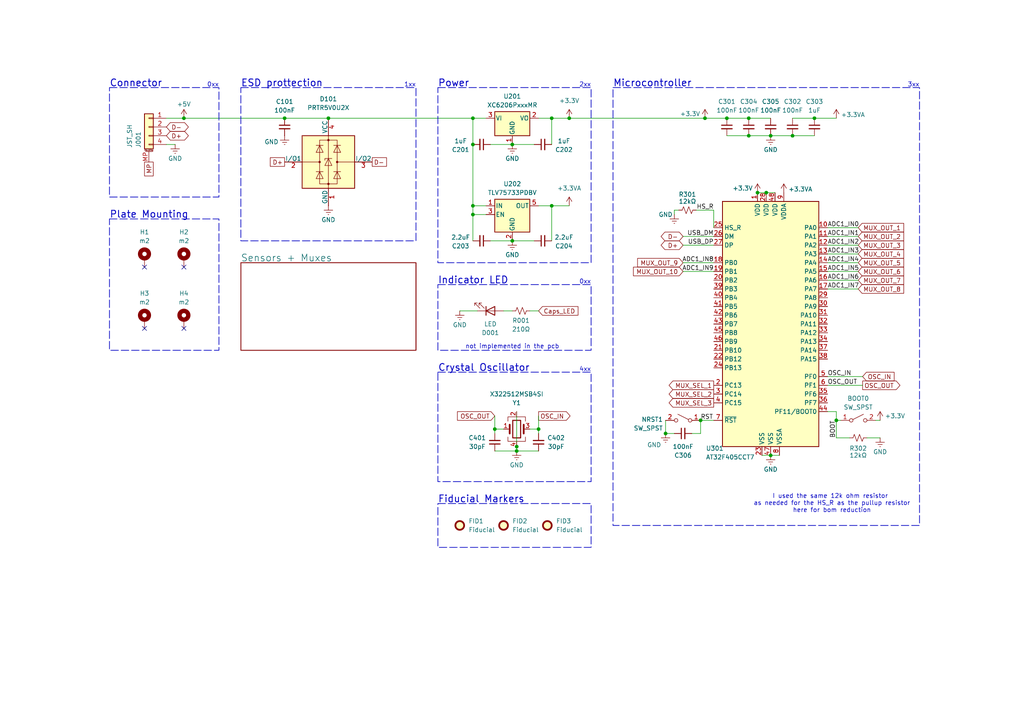
<source format=kicad_sch>
(kicad_sch (version 20250114) (generator "eeschema") (generator_version "9.0")
  (paper "A4")
  (lib_symbols
    (symbol "Connector_Generic_MountingPin:Conn_01x04_MountingPin" (pin_names (offset 1.016) (hide yes))
      (property "Reference" "J" (at 0 5.08 0))
      (property "Value" "Conn_01x04_MountingPin" (at 1.27 -7.62 0))
      (symbol "Conn_01x04_MountingPin_1_1"
        (rectangle (start -1.27 3.81) (end 1.27 -6.35) (stroke (width 0.254)) (fill (type background)))
        (rectangle (start -1.27 2.667) (end 0 2.413) (stroke (width 0.1524)))
        (rectangle (start -1.27 0.127) (end 0 -0.127) (stroke (width 0.1524)))
        (rectangle (start -1.27 -2.413) (end 0 -2.667) (stroke (width 0.1524)))
        (rectangle (start -1.27 -4.953) (end 0 -5.207) (stroke (width 0.1524)))
        (polyline (pts (xy -1.016 -7.112) (xy 1.016 -7.112)) (stroke (width 0.1524)))
        (text "Mounting" (at 0 -6.731 0) (effects (font (size 0.381 0.381))))
        (pin passive line (at -5.08 2.54 0) (length 3.81) (name "Pin_1") (number "1"))
        (pin passive line (at -5.08 0 0) (length 3.81) (name "Pin_2") (number "2"))
        (pin passive line (at -5.08 -2.54 0) (length 3.81) (name "Pin_3") (number "3"))
        (pin passive line (at -5.08 -5.08 0) (length 3.81) (name "Pin_4") (number "4"))
        (pin passive line (at 0 -10.16 90) (length 3.048) (name "MountPin") (number "MP"))
      )
    )
    (symbol "Device:C_Small" (pin_numbers (hide yes)) (pin_names (offset 0.254) (hide yes))
      (property "Reference" "C" (at 0.254 1.778 0))
      (property "Value" "C_Small" (at 0.254 -2.032 0))
      (symbol "C_Small_0_1"
        (polyline (pts (xy -1.524 0.508) (xy 1.524 0.508)) (stroke (width 0.3048)))
        (polyline (pts (xy -1.524 -0.508) (xy 1.524 -0.508)) (stroke (width 0.3302)))
      )
      (symbol "C_Small_1_1"
        (pin passive line (at 0 2.54 270) (length 2.032) (name "~") (number "1"))
        (pin passive line (at 0 -2.54 90) (length 2.032) (name "~") (number "2"))
      )
    )
    (symbol "Device:Crystal_GND24" (pin_names (offset 1.016) (hide yes))
      (property "Reference" "Y" (at 3.175 5.08 0))
      (property "Value" "Crystal_GND24" (at 3.175 3.175 0))
      (symbol "Crystal_GND24_0_1"
        (polyline (pts (xy -2.54 2.286) (xy -2.54 3.556) (xy 2.54 3.556) (xy 2.54 2.286)))
        (polyline (pts (xy -2.54 0) (xy -2.032 0)))
        (polyline (pts (xy -2.54 -2.286) (xy -2.54 -3.556) (xy 2.54 -3.556) (xy 2.54 -2.286)))
        (polyline (pts (xy -2.032 -1.27) (xy -2.032 1.27)) (stroke (width 0.508)))
        (rectangle (start -1.143 2.54) (end 1.143 -2.54) (stroke (width 0.3048)))
        (polyline (pts (xy 0 3.556) (xy 0 3.81)))
        (polyline (pts (xy 0 -3.81) (xy 0 -3.556)))
        (polyline (pts (xy 2.032 0) (xy 2.54 0)))
        (polyline (pts (xy 2.032 -1.27) (xy 2.032 1.27)) (stroke (width 0.508)))
      )
      (symbol "Crystal_GND24_1_1"
        (pin passive line (at -3.81 0 0) (length 1.27) (name "1") (number "1"))
        (pin passive line (at 0 5.08 270) (length 1.27) (name "2") (number "2"))
        (pin passive line (at 0 -5.08 90) (length 1.27) (name "4") (number "4"))
        (pin passive line (at 3.81 0 180) (length 1.27) (name "3") (number "3"))
      )
    )
    (symbol "Device:LED" (pin_numbers (hide yes)) (pin_names (offset 1.016) (hide yes))
      (property "Reference" "D" (at 0 2.54 0))
      (property "Value" "LED" (at 0 -2.54 0))
      (symbol "LED_0_1"
        (polyline (pts (xy -3.048 -0.762) (xy -4.572 -2.286) (xy -3.81 -2.286) (xy -4.572 -2.286) (xy -4.572 -1.524)))
        (polyline (pts (xy -1.778 -0.762) (xy -3.302 -2.286) (xy -2.54 -2.286) (xy -3.302 -2.286) (xy -3.302 -1.524)))
        (polyline (pts (xy -1.27 0) (xy 1.27 0)))
        (polyline (pts (xy -1.27 -1.27) (xy -1.27 1.27)) (stroke (width 0.254)))
        (polyline (pts (xy 1.27 -1.27) (xy 1.27 1.27) (xy -1.27 0) (xy 1.27 -1.27)) (stroke (width 0.254)))
      )
      (symbol "LED_1_1"
        (pin passive line (at -3.81 0 0) (length 2.54) (name "K") (number "1"))
        (pin passive line (at 3.81 0 180) (length 2.54) (name "A") (number "2"))
      )
    )
    (symbol "Device:R_Small_US" (pin_numbers (hide yes)) (pin_names (offset 0.254) (hide yes))
      (property "Reference" "R" (at 0.762 0.508 0))
      (property "Value" "R_Small_US" (at 0.762 -1.016 0))
      (symbol "R_Small_US_1_1"
        (polyline (pts (xy 0 1.524) (xy 1.016 1.143) (xy 0 0.762) (xy -1.016 0.381) (xy 0 0)))
        (polyline (pts (xy 0 0) (xy 1.016 -0.381) (xy 0 -0.762) (xy -1.016 -1.143) (xy 0 -1.524)))
        (pin passive line (at 0 2.54 270) (length 1.016) (name "~") (number "1"))
        (pin passive line (at 0 -2.54 90) (length 1.016) (name "~") (number "2"))
      )
    )
    (symbol "Mechanical:Fiducial" (in_bom no)
      (property "Reference" "FID" (at 0 5.08 0))
      (property "Value" "Fiducial" (at 0 3.175 0))
      (symbol "Fiducial_0_1"
        (circle (center 0 0) (radius 1.27) (stroke (width 0.508)) (fill (type background)))
      )
    )
    (symbol "Mechanical:MountingHole_Pad" (pin_numbers (hide yes)) (pin_names (offset 1.016) (hide yes)) (in_bom no)
      (property "Reference" "H" (at 0 6.35 0))
      (property "Value" "MountingHole_Pad" (at 0 4.445 0))
      (symbol "MountingHole_Pad_0_1"
        (circle (center 0 1.27) (radius 1.27) (stroke (width 1.27)))
      )
      (symbol "MountingHole_Pad_1_1"
        (pin input line (at 0 -2.54 90) (length 2.54) (name "1") (number "1"))
      )
    )
    (symbol "PCM_marbastlib-various:AT32F405CCT7"
      (property "Reference" "U" (at 0 0 0))
      (property "Value" "AT32F405CCT7" (at 0 0 0))
      (symbol "AT32F405CCT7_0_0"
        (pin power_in line (at -3.81 31.75 270) (length 2.54) (name "VDD") (number "1"))
      )
      (symbol "AT32F405CCT7_0_1"
        (rectangle (start -13.97 29.21) (end 13.97 -41.91) (stroke (width 0.254)) (fill (type background)))
      )
      (symbol "AT32F405CCT7_1_0"
        (pin passive line (at -16.51 21.59 0) (length 2.54) (name "HS_R") (number "25"))
        (pin bidirectional line (at -16.51 19.05 0) (length 2.54) (name "DM") (number "26"))
        (pin bidirectional line (at -16.51 16.51 0) (length 2.54) (name "DP") (number "27"))
        (pin bidirectional line (at -16.51 11.43 0) (length 2.54) (name "PB0") (number "18"))
        (pin bidirectional line (at -16.51 8.89 0) (length 2.54) (name "PB1") (number "19"))
        (pin bidirectional line (at -16.51 6.35 0) (length 2.54) (name "PB2") (number "20"))
        (pin bidirectional line (at -16.51 3.81 0) (length 2.54) (name "PB3") (number "39"))
        (pin bidirectional line (at -16.51 1.27 0) (length 2.54) (name "PB4") (number "40"))
        (pin bidirectional line (at -16.51 -1.27 0) (length 2.54) (name "PB5") (number "41"))
        (pin bidirectional line (at -16.51 -3.81 0) (length 2.54) (name "PB6") (number "42"))
        (pin bidirectional line (at -16.51 -6.35 0) (length 2.54) (name "PB7") (number "43"))
        (pin bidirectional line (at -16.51 -8.89 0) (length 2.54) (name "PB8") (number "45"))
        (pin bidirectional line (at -16.51 -11.43 0) (length 2.54) (name "PB9") (number "46"))
        (pin bidirectional line (at -16.51 -13.97 0) (length 2.54) (name "PB10") (number "21"))
        (pin bidirectional line (at -16.51 -16.51 0) (length 2.54) (name "PB12") (number "22"))
        (pin bidirectional line (at -16.51 -19.05 0) (length 2.54) (name "PB13") (number "24"))
        (pin bidirectional line (at -16.51 -24.13 0) (length 2.54) (name "PC13") (number "2"))
        (pin bidirectional line (at -16.51 -26.67 0) (length 2.54) (name "PC14") (number "3"))
        (pin bidirectional line (at -16.51 -29.21 0) (length 2.54) (name "PC15") (number "4"))
        (pin input line (at -16.51 -34.29 0) (length 2.54) (name "~{RST}") (number "7"))
        (pin power_in line (at -2.54 -44.45 90) (length 2.54) (name "VSS") (number "23"))
        (pin power_in line (at -1.27 31.75 270) (length 2.54) (name "VDD") (number "28"))
        (pin power_in line (at 0 -44.45 90) (length 2.54) (name "VSS") (number "47"))
        (pin power_in line (at 1.27 31.75 270) (length 2.54) (name "VDD") (number "48"))
        (pin power_in line (at 2.54 -44.45 90) (length 2.54) (name "VSSA") (number "8"))
        (pin power_in line (at 3.81 31.75 270) (length 2.54) (name "VDDA") (number "9"))
        (pin bidirectional line (at 16.51 21.59 180) (length 2.54) (name "PA0") (number "10"))
        (pin bidirectional line (at 16.51 19.05 180) (length 2.54) (name "PA1") (number "11"))
        (pin bidirectional line (at 16.51 16.51 180) (length 2.54) (name "PA2") (number "12"))
        (pin bidirectional line (at 16.51 13.97 180) (length 2.54) (name "PA3") (number "13"))
        (pin bidirectional line (at 16.51 11.43 180) (length 2.54) (name "PA4") (number "14"))
        (pin bidirectional line (at 16.51 8.89 180) (length 2.54) (name "PA5") (number "15"))
        (pin bidirectional line (at 16.51 6.35 180) (length 2.54) (name "PA6") (number "16"))
        (pin bidirectional line (at 16.51 3.81 180) (length 2.54) (name "PA7") (number "17"))
        (pin bidirectional line (at 16.51 1.27 180) (length 2.54) (name "PA8") (number "29"))
        (pin bidirectional line (at 16.51 -1.27 180) (length 2.54) (name "PA9") (number "30"))
        (pin bidirectional line (at 16.51 -3.81 180) (length 2.54) (name "PA10") (number "31"))
        (pin bidirectional line (at 16.51 -6.35 180) (length 2.54) (name "PA11") (number "32"))
        (pin bidirectional line (at 16.51 -8.89 180) (length 2.54) (name "PA12") (number "33"))
        (pin bidirectional line (at 16.51 -11.43 180) (length 2.54) (name "PA13") (number "34"))
        (pin bidirectional line (at 16.51 -13.97 180) (length 2.54) (name "PA14") (number "37"))
        (pin bidirectional line (at 16.51 -16.51 180) (length 2.54) (name "PA15") (number "38"))
        (pin bidirectional line (at 16.51 -21.59 180) (length 2.54) (name "PF0") (number "5"))
        (pin bidirectional line (at 16.51 -24.13 180) (length 2.54) (name "PF1") (number "6"))
        (pin bidirectional line (at 16.51 -26.67 180) (length 2.54) (name "PF6") (number "35"))
        (pin bidirectional line (at 16.51 -29.21 180) (length 2.54) (name "PF7") (number "36"))
        (pin bidirectional line (at 16.51 -31.75 180) (length 2.54) (name "PF11/BOOT0") (number "44"))
      )
    )
    (symbol "Power_Protection:PRTR5V0U2X" (pin_names (offset 0))
      (property "Reference" "D" (at 2.794 8.636 0))
      (property "Value" "PRTR5V0U2X" (at 8.128 -9.398 0))
      (symbol "PRTR5V0U2X_0_1"
        (rectangle (start -7.62 -7.62) (end 7.62 7.62) (stroke (width 0.254)) (fill (type background)))
        (polyline (pts (xy -3.556 2.794) (xy -1.524 2.794) (xy -2.54 4.826) (xy -3.556 2.794)))
        (polyline (pts (xy -3.556 -4.826) (xy -1.524 -4.826) (xy -2.54 -2.794) (xy -3.556 -4.826)))
        (rectangle (start -2.54 6.35) (end 2.54 -6.35))
        (circle (center -2.54 0) (radius 0.254) (fill (type outline)))
        (polyline (pts (xy -2.54 0) (xy -7.62 0)))
        (polyline (pts (xy -1.524 4.826) (xy -3.556 4.826)))
        (polyline (pts (xy -1.524 -2.794) (xy -3.556 -2.794)))
        (polyline (pts (xy -1.016 -1.016) (xy 1.016 -1.016) (xy 0 1.016) (xy -1.016 -1.016)))
        (circle (center 0 6.35) (radius 0.254) (fill (type outline)))
        (circle (center 0 -6.35) (radius 0.254) (fill (type outline)))
        (polyline (pts (xy 0 -7.62) (xy 0 7.62)))
        (polyline (pts (xy 1.016 1.016) (xy -1.016 1.016) (xy -1.016 0.508)))
        (polyline (pts (xy 1.524 4.826) (xy 3.556 4.826)))
        (polyline (pts (xy 1.524 -2.794) (xy 3.556 -2.794)))
        (polyline (pts (xy 2.54 0) (xy 7.62 0)))
        (circle (center 2.54 0) (radius 0.254) (fill (type outline)))
        (polyline (pts (xy 3.556 2.794) (xy 1.524 2.794) (xy 2.54 4.826) (xy 3.556 2.794)))
        (polyline (pts (xy 3.556 -4.826) (xy 1.524 -4.826) (xy 2.54 -2.794) (xy 3.556 -4.826)))
      )
      (symbol "PRTR5V0U2X_1_1"
        (pin passive line (at -12.7 0 0) (length 5.08) (name "I/O1") (number "2"))
        (pin passive line (at 0 12.7 270) (length 5.08) (name "VCC") (number "4"))
        (pin passive line (at 0 -12.7 90) (length 5.08) (name "GND") (number "1"))
        (pin passive line (at 12.7 0 180) (length 5.08) (name "I/O2") (number "3"))
      )
    )
    (symbol "Regulator_Linear:TLV75733PDBV" (pin_names (offset 0.254))
      (property "Reference" "U" (at -3.81 5.715 0))
      (property "Value" "TLV75733PDBV" (at 0 5.715 0))
      (symbol "TLV75733PDBV_0_1"
        (rectangle (start -5.08 4.445) (end 5.08 -5.08) (stroke (width 0.254)) (fill (type background)))
      )
      (symbol "TLV75733PDBV_1_1"
        (pin power_in line (at -7.62 2.54 0) (length 2.54) (name "IN") (number "1"))
        (pin input line (at -7.62 0 0) (length 2.54) (name "EN") (number "3"))
        (pin power_in line (at 0 -7.62 90) (length 2.54) (name "GND") (number "2"))
        (pin no_connect line (at 5.08 0 180) (length 2.54) (hide yes) (name "NC") (number "4"))
        (pin power_out line (at 7.62 2.54 180) (length 2.54) (name "OUT") (number "5"))
      )
    )
    (symbol "Regulator_Linear:XC6206PxxxMR" (pin_names (offset 0.254))
      (property "Reference" "U" (at -3.81 3.175 0))
      (property "Value" "XC6206PxxxMR" (at 0 3.175 0))
      (symbol "XC6206PxxxMR_0_1"
        (rectangle (start -5.08 1.905) (end 5.08 -5.08) (stroke (width 0.254)) (fill (type background)))
      )
      (symbol "XC6206PxxxMR_1_1"
        (pin power_in line (at -7.62 0 0) (length 2.54) (name "VI") (number "3"))
        (pin power_in line (at 0 -7.62 90) (length 2.54) (name "GND") (number "1"))
        (pin power_out line (at 7.62 0 180) (length 2.54) (name "VO") (number "2"))
      )
    )
    (symbol "Switch:SW_SPST" (pin_names (offset 0) (hide yes))
      (property "Reference" "SW" (at 0 3.175 0))
      (property "Value" "SW_SPST" (at 0 -2.54 0))
      (symbol "SW_SPST_0_0"
        (circle (center -2.032 0) (radius 0.508))
        (polyline (pts (xy -1.524 0.254) (xy 1.524 1.778)))
        (circle (center 2.032 0) (radius 0.508))
      )
      (symbol "SW_SPST_1_1"
        (pin passive line (at -5.08 0 0) (length 2.54) (name "A") (number "1"))
        (pin passive line (at 5.08 0 180) (length 2.54) (name "B") (number "2"))
      )
    )
    (symbol "power:+3.3V" (power) (pin_numbers (hide yes)) (pin_names (offset 0) (hide yes))
      (property "Value" "+3.3V" (at 0 3.556 0))
      (symbol "+3.3V_0_1"
        (polyline (pts (xy -0.762 1.27) (xy 0 2.54)))
        (polyline (pts (xy 0 2.54) (xy 0.762 1.27)))
        (polyline (pts (xy 0 0) (xy 0 2.54)))
      )
      (symbol "+3.3V_1_1"
        (pin power_in line (at 0 0 90) (length 0) (name "~") (number "1"))
      )
    )
    (symbol "power:+3.3VA" (power) (pin_numbers (hide yes)) (pin_names (offset 0) (hide yes))
      (property "Value" "+3.3VA" (at 0 3.556 0))
      (symbol "+3.3VA_0_1"
        (polyline (pts (xy -0.762 1.27) (xy 0 2.54)))
        (polyline (pts (xy 0 2.54) (xy 0.762 1.27)))
        (polyline (pts (xy 0 0) (xy 0 2.54)))
      )
      (symbol "+3.3VA_1_1"
        (pin power_in line (at 0 0 90) (length 0) (name "~") (number "1"))
      )
    )
    (symbol "power:+5V" (power) (pin_numbers (hide yes)) (pin_names (offset 0) (hide yes))
      (property "Value" "+5V" (at 0 3.556 0))
      (symbol "+5V_0_1"
        (polyline (pts (xy -0.762 1.27) (xy 0 2.54)))
        (polyline (pts (xy 0 2.54) (xy 0.762 1.27)))
        (polyline (pts (xy 0 0) (xy 0 2.54)))
      )
      (symbol "+5V_1_1"
        (pin power_in line (at 0 0 90) (length 0) (name "~") (number "1"))
      )
    )
    (symbol "power:Earth" (power) (pin_numbers (hide yes)) (pin_names (offset 0) (hide yes))
      (property "Value" "Earth" (at 0 -3.81 0))
      (symbol "Earth_0_1"
        (polyline (pts (xy -0.635 -1.905) (xy 0.635 -1.905)))
        (polyline (pts (xy -0.127 -2.54) (xy 0.127 -2.54)))
        (polyline (pts (xy 0 -1.27) (xy 0 0)))
        (polyline (pts (xy 1.27 -1.27) (xy -1.27 -1.27)))
      )
      (symbol "Earth_1_1"
        (pin power_in line (at 0 0 270) (length 0) (name "~") (number "1"))
      )
    )
  )
  (rectangle (start 31.75 63.5) (end 63.5 101.6) (stroke (width 0.2) (type dash)))
  (rectangle (start 127 25.4) (end 171.45 76.2) (stroke (width 0.2) (type dash)))
  (rectangle (start 127 107.95) (end 171.45 139.7) (stroke (width 0.2) (type dash)))
  (rectangle (start 127 146.05) (end 171.45 158.75) (stroke (width 0.2) (type dash)))
  (rectangle (start 69.85 25.4) (end 120.65 69.85) (stroke (width 0.2) (type dash)))
  (rectangle (start 31.75 25.4) (end 63.5 57.15) (stroke (width 0.2) (type dash)))
  (rectangle (start 127 82.55) (end 171.45 101.6) (stroke (width 0.2) (type dash)))
  (rectangle (start 177.8 25.4) (end 266.7 152.4) (stroke (width 0.2) (type dash)))
  (text "Connector" (at 31.75 25.4 0) (effects (font (size 2 2) (thickness 0.25)) (justify left bottom)))
  (text "1xx" (at 120.65 25.4 0) (effects (font (size 1.27 1.27)) (justify right bottom)))
  (text "2xx" (at 171.45 25.4 0) (effects (font (size 1.27 1.27)) (justify right bottom)))
  (text "0xx" (at 171.45 82.55 0) (effects (font (size 1.27 1.27)) (justify right bottom)))
  (text "Plate Mounting" (at 31.75 63.5 0) (effects (font (size 2 2) (thickness 0.25)) (justify left bottom)))
  (text "Fiducial Markers" (at 127 146.05 0) (effects (font (size 2 2) (thickness 0.25)) (justify left bottom)))
  (text "ESD prottection" (at 69.85 25.4 0) (effects (font (size 2 2) (thickness 0.25)) (justify left bottom)))
  (text "3xx" (at 266.7 25.4 0) (effects (font (size 1.27 1.27)) (justify right bottom)))
  (text "Power" (at 127 25.4 0) (effects (font (size 2 2) (thickness 0.25)) (justify left bottom)))
  (text "not implemented in the pcb\n" (at 148.59 101.346 0) (effects (font (size 1.27 1.27)) (justify bottom)))
  (text "Microcontroller" (at 177.8 25.4 0) (effects (font (size 2 2) (thickness 0.25)) (justify left bottom)))
  (text "4xx" (at 171.45 107.95 0) (effects (font (size 1.27 1.27)) (justify right bottom)))
  (text "I used the same 12k ohm resistor \nas needed for the HS_R as the pullup resistor\nhere for bom reduction" (at 241.3 146.05 0) (effects (font (size 1.27 1.27))))
  (text "Indicator LED" (at 127 82.55 0) (effects (font (size 2 2) (thickness 0.25)) (justify left bottom)))
  (text "Crystal Oscillator" (at 127 107.95 0) (effects (font (size 2 2) (thickness 0.25)) (justify left bottom)))
  (text "0xx" (at 63.5 25.4 0) (effects (font (size 1.27 1.27)) (justify right bottom)))
  (junction (at 217.17 34.29))
  (junction (at 148.59 41.91))
  (junction (at 137.16 59.69))
  (junction (at 165.1 34.29))
  (junction (at 149.86 129.54))
  (junction (at 137.16 62.23))
  (junction (at 210.82 34.29))
  (junction (at 137.16 41.91))
  (junction (at 203.2 121.92))
  (junction (at 204.47 34.29))
  (junction (at 160.02 59.69))
  (junction (at 236.22 34.29))
  (junction (at 222.25 55.88))
  (junction (at 148.59 69.85))
  (junction (at 95.25 34.29))
  (junction (at 137.16 34.29))
  (junction (at 217.17 39.37))
  (junction (at 82.55 34.29))
  (junction (at 160.02 34.29))
  (junction (at 219.71 55.88))
  (junction (at 242.57 121.92))
  (junction (at 143.51 124.46))
  (junction (at 223.52 39.37))
  (junction (at 193.04 125.73))
  (junction (at 223.52 132.08))
  (junction (at 53.34 34.29))
  (junction (at 229.87 39.37))
  (junction (at 156.21 124.46))
  (junction (at 149.86 130.81))
  (no_connect (at 53.34 95.25))
  (no_connect (at 41.91 77.47))
  (no_connect (at 41.91 95.25))
  (no_connect (at 53.34 77.47))
  (wire (pts (xy 240.03 83.82) (xy 248.92 83.82)))
  (wire (pts (xy 148.59 41.91) (xy 154.94 41.91)))
  (wire (pts (xy 137.16 62.23) (xy 137.16 59.69)))
  (wire (pts (xy 243.84 121.92) (xy 242.57 121.92)))
  (wire (pts (xy 53.34 34.29) (xy 82.55 34.29)))
  (wire (pts (xy 229.87 34.29) (xy 236.22 34.29)))
  (wire (pts (xy 160.02 69.85) (xy 160.02 59.69)))
  (wire (pts (xy 160.02 34.29) (xy 156.21 34.29)))
  (wire (pts (xy 137.16 34.29) (xy 140.97 34.29)))
  (wire (pts (xy 148.59 90.17) (xy 146.05 90.17)))
  (wire (pts (xy 207.01 78.74) (xy 198.12 78.74)))
  (wire (pts (xy 240.03 68.58) (xy 248.92 68.58)))
  (wire (pts (xy 195.58 62.23) (xy 195.58 60.96)))
  (wire (pts (xy 137.16 62.23) (xy 140.97 62.23)))
  (wire (pts (xy 246.38 127) (xy 242.57 127)))
  (wire (pts (xy 156.21 124.46) (xy 153.67 124.46)))
  (wire (pts (xy 193.04 125.73) (xy 195.58 125.73)))
  (wire (pts (xy 160.02 41.91) (xy 160.02 34.29)))
  (wire (pts (xy 204.47 34.29) (xy 210.82 34.29)))
  (wire (pts (xy 220.98 132.08) (xy 223.52 132.08)))
  (wire (pts (xy 137.16 41.91) (xy 137.16 59.69)))
  (wire (pts (xy 143.51 120.65) (xy 143.51 124.46)))
  (wire (pts (xy 195.58 60.96) (xy 196.85 60.96)))
  (wire (pts (xy 165.1 34.29) (xy 160.02 34.29)))
  (wire (pts (xy 203.2 121.92) (xy 207.01 121.92)))
  (wire (pts (xy 149.86 130.81) (xy 143.51 130.81)))
  (wire (pts (xy 229.87 39.37) (xy 236.22 39.37)))
  (wire (pts (xy 240.03 119.38) (xy 242.57 119.38)))
  (wire (pts (xy 198.12 68.58) (xy 207.01 68.58)))
  (wire (pts (xy 222.25 55.88) (xy 224.79 55.88)))
  (wire (pts (xy 203.2 125.73) (xy 203.2 121.92)))
  (wire (pts (xy 240.03 109.22) (xy 250.19 109.22)))
  (wire (pts (xy 207.01 76.2) (xy 198.12 76.2)))
  (wire (pts (xy 148.59 69.85) (xy 154.94 69.85)))
  (wire (pts (xy 217.17 34.29) (xy 223.52 34.29)))
  (wire (pts (xy 193.04 121.92) (xy 193.04 125.73)))
  (wire (pts (xy 242.57 127) (xy 242.57 121.92)))
  (wire (pts (xy 240.03 73.66) (xy 248.92 73.66)))
  (wire (pts (xy 137.16 34.29) (xy 137.16 41.91)))
  (wire (pts (xy 160.02 59.69) (xy 156.21 59.69)))
  (wire (pts (xy 149.86 130.81) (xy 149.86 129.54)))
  (wire (pts (xy 156.21 120.65) (xy 156.21 124.46)))
  (wire (pts (xy 223.52 39.37) (xy 229.87 39.37)))
  (wire (pts (xy 240.03 66.04) (xy 248.92 66.04)))
  (wire (pts (xy 217.17 39.37) (xy 223.52 39.37)))
  (wire (pts (xy 142.24 69.85) (xy 148.59 69.85)))
  (wire (pts (xy 50.8 41.91) (xy 48.26 41.91)))
  (wire (pts (xy 156.21 130.81) (xy 149.86 130.81)))
  (wire (pts (xy 200.66 125.73) (xy 203.2 125.73)))
  (wire (pts (xy 240.03 78.74) (xy 248.92 78.74)))
  (wire (pts (xy 149.86 119.38) (xy 149.86 129.54)))
  (wire (pts (xy 142.24 41.91) (xy 148.59 41.91)))
  (wire (pts (xy 240.03 81.28) (xy 248.92 81.28)))
  (wire (pts (xy 210.82 34.29) (xy 217.17 34.29)))
  (wire (pts (xy 133.35 90.17) (xy 138.43 90.17)))
  (wire (pts (xy 240.03 76.2) (xy 248.92 76.2)))
  (wire (pts (xy 207.01 66.04) (xy 207.01 60.96)))
  (wire (pts (xy 156.21 125.73) (xy 156.21 124.46)))
  (wire (pts (xy 210.82 39.37) (xy 217.17 39.37)))
  (wire (pts (xy 223.52 132.08) (xy 226.06 132.08)))
  (wire (pts (xy 219.71 55.88) (xy 222.25 55.88)))
  (wire (pts (xy 156.21 90.17) (xy 153.67 90.17)))
  (wire (pts (xy 240.03 71.12) (xy 248.92 71.12)))
  (wire (pts (xy 137.16 69.85) (xy 137.16 62.23)))
  (wire (pts (xy 146.05 124.46) (xy 143.51 124.46)))
  (wire (pts (xy 240.03 111.76) (xy 250.19 111.76)))
  (wire (pts (xy 198.12 71.12) (xy 207.01 71.12)))
  (wire (pts (xy 165.1 59.69) (xy 160.02 59.69)))
  (wire (pts (xy 143.51 124.46) (xy 143.51 125.73)))
  (wire (pts (xy 236.22 34.29) (xy 242.57 34.29)))
  (wire (pts (xy 95.25 34.29) (xy 137.16 34.29)))
  (wire (pts (xy 251.46 127) (xy 255.27 127)))
  (wire (pts (xy 207.01 60.96) (xy 201.93 60.96)))
  (wire (pts (xy 48.26 34.29) (xy 53.34 34.29)))
  (wire (pts (xy 242.57 119.38) (xy 242.57 121.92)))
  (wire (pts (xy 254 121.92) (xy 255.27 121.92)))
  (wire (pts (xy 82.55 34.29) (xy 95.25 34.29)))
  (wire (pts (xy 137.16 59.69) (xy 140.97 59.69)))
  (wire (pts (xy 165.1 34.29) (xy 204.47 34.29)))
  (label "ADC1_IN8" (at 207.01 76.2 180))
  (label "ADC1_IN6" (at 240.03 81.28 0))
  (label "HS_R" (at 207.01 60.96 180))
  (label "BOOT" (at 242.57 127 90))
  (label "USB_DP" (at 207.01 71.12 180))
  (label "OSC_OUT" (at 240.03 111.76 0))
  (label "OSC_IN" (at 240.03 109.22 0))
  (label "ADC1_IN1" (at 240.03 68.58 0))
  (label "ADC1_IN3" (at 240.03 73.66 0))
  (label "ADC1_IN2" (at 240.03 71.12 0))
  (label "ADC1_IN4" (at 240.03 76.2 0))
  (label "ADC1_IN9" (at 207.01 78.74 180))
  (label "ADC1_IN7" (at 240.03 83.82 0))
  (label "ADC1_IN5" (at 240.03 78.74 0))
  (label "RST" (at 203.2 121.92 0))
  (label "USB_DM" (at 207.01 68.58 180))
  (label "ADC1_IN0" (at 240.03 66.04 0))
  (global_label "MUX_SEL_3" (shape output) (at 207.01 116.84 180) (property "Intersheetrefs" "${INTERSHEET_REFS}" (effects (hide yes))))
  (global_label "MUX_OUT_4" (shape input) (at 248.92 73.66 0) (property "Intersheetrefs" "${INTERSHEET_REFS}" (effects (hide yes))))
  (global_label "MUX_OUT_1" (shape input) (at 248.92 66.04 0) (property "Intersheetrefs" "${INTERSHEET_REFS}" (effects (hide yes))))
  (global_label "D-" (shape bidirectional) (at 198.12 68.58 180) (property "Intersheetrefs" "${INTERSHEET_REFS}" (effects (hide yes))))
  (global_label "MUX_OUT_8" (shape input) (at 248.92 83.82 0) (property "Intersheetrefs" "${INTERSHEET_REFS}" (effects (hide yes))))
  (global_label "OSC_IN" (shape input) (at 250.19 109.22 0) (property "Intersheetrefs" "${INTERSHEET_REFS}" (effects (hide yes))))
  (global_label "MUX_OUT_5" (shape input) (at 248.92 76.2 0) (property "Intersheetrefs" "${INTERSHEET_REFS}" (effects (hide yes))))
  (global_label "MUX_SEL_1" (shape output) (at 207.01 111.76 180) (property "Intersheetrefs" "${INTERSHEET_REFS}" (effects (hide yes))))
  (global_label "MP" (shape passive) (at 43.18 46.99 270) (property "Intersheetrefs" "${INTERSHEET_REFS}" (effects (hide yes))))
  (global_label "D+" (shape passive) (at 82.55 46.99 180) (property "Intersheetrefs" "${INTERSHEET_REFS}" (effects (hide yes))))
  (global_label "Caps_LED" (shape input) (at 156.21 90.17 0) (property "Intersheetrefs" "${INTERSHEET_REFS}" (effects (hide yes))))
  (global_label "MUX_OUT_3" (shape input) (at 248.92 71.12 0) (property "Intersheetrefs" "${INTERSHEET_REFS}" (effects (hide yes))))
  (global_label "MUX_OUT_10" (shape input) (at 198.12 78.74 180) (property "Intersheetrefs" "${INTERSHEET_REFS}" (effects (hide yes))))
  (global_label "MUX_OUT_6" (shape input) (at 248.92 78.74 0) (property "Intersheetrefs" "${INTERSHEET_REFS}" (effects (hide yes))))
  (global_label "D-" (shape passive) (at 107.95 46.99 0) (property "Intersheetrefs" "${INTERSHEET_REFS}" (effects (hide yes))))
  (global_label "MUX_OUT_2" (shape input) (at 248.92 68.58 0) (property "Intersheetrefs" "${INTERSHEET_REFS}" (effects (hide yes))))
  (global_label "D+" (shape bidirectional) (at 198.12 71.12 180) (property "Intersheetrefs" "${INTERSHEET_REFS}" (effects (hide yes))))
  (global_label "MUX_SEL_2" (shape output) (at 207.01 114.3 180) (property "Intersheetrefs" "${INTERSHEET_REFS}" (effects (hide yes))))
  (global_label "MUX_OUT_9" (shape input) (at 198.12 76.2 180) (property "Intersheetrefs" "${INTERSHEET_REFS}" (effects (hide yes))))
  (global_label "D+" (shape bidirectional) (at 48.26 39.37 0) (property "Intersheetrefs" "${INTERSHEET_REFS}" (effects (hide yes))))
  (global_label "OSC_OUT" (shape output) (at 250.19 111.76 0) (property "Intersheetrefs" "${INTERSHEET_REFS}" (effects (hide yes))))
  (global_label "MUX_OUT_7" (shape input) (at 248.92 81.28 0) (property "Intersheetrefs" "${INTERSHEET_REFS}" (effects (hide yes))))
  (global_label "D-" (shape bidirectional) (at 48.26 36.83 0) (property "Intersheetrefs" "${INTERSHEET_REFS}" (effects (hide yes))))
  (global_label "OSC_OUT" (shape input) (at 143.51 120.65 180) (property "Intersheetrefs" "${INTERSHEET_REFS}" (effects (hide yes))))
  (global_label "OSC_IN" (shape output) (at 156.21 120.65 0) (property "Intersheetrefs" "${INTERSHEET_REFS}" (effects (hide yes))))
  (symbol (lib_id "power:+3.3V") (at 219.71 55.88 0) (mirror y) (unit 1)
    (property "Reference" "#PWR09" (effects (hide yes)))
    (property "Value" "+3.3V" (at 215.392 54.61 0))
    (property "Description" "Power symbol creates a global label with name \"+3.3V\"" (effects (hide yes)))
  )
  (symbol (lib_id "power:+3.3V") (at 255.27 121.92 0) (unit 1)
    (property "Reference" "#PWR016" (effects (hide yes)))
    (property "Value" "+3.3V" (at 259.588 120.65 0))
    (property "Description" "Power symbol creates a global label with name \"+3.3V\"" (effects (hide yes)))
  )
  (symbol (lib_id "power:Earth") (at 148.59 41.91 0) (mirror y) (unit 1)
    (property "Reference" "#PWR014" (effects (hide yes)))
    (property "Value" "GND" (at 148.59 45.974 0))
    (property "Description" "Power symbol creates a global label with name \"Earth\"" (effects (hide yes)))
  )
  (symbol (lib_id "Device:C_Small") (at 157.48 41.91 90) (mirror x) (unit 1)
    (property "Reference" "C202" (at 163.576 43.434 90))
    (property "Value" "1uF" (at 163.576 40.894 90))
    (property "Footprint" "Capacitor_SMD:C_1206_3216Metric" (effects (hide yes)))
    (property "Description" "Unpolarized capacitor, small symbol" (effects (hide yes)))
  )
  (symbol (lib_id "Mechanical:Fiducial") (at 146.05 152.4 0) (unit 1) (in_bom no)
    (property "Reference" "FID2" (at 148.59 151.1299 0) (effects (justify left)))
    (property "Value" "Fiducial" (at 148.59 153.6699 0) (effects (justify left)))
    (property "Footprint" "Fiducial:Fiducial_1mm_Mask2mm" (effects (hide yes)))
    (property "Description" "Fiducial Marker" (effects (hide yes)))
  )
  (symbol (lib_id "Device:Crystal_GND24") (at 149.86 124.46 0) (unit 1)
    (property "Reference" "Y1" (at 149.86 116.84 0))
    (property "Value" "X322512MSB4SI" (at 149.86 114.3 0))
    (property "Footprint" "Crystal:Crystal_SMD_3225-4Pin_3.2x2.5mm" (effects (hide yes)))
    (property "Description" "Four pin crystal, GND on pins 2 and 4" (effects (hide yes)))
  )
  (symbol (lib_id "Device:C_Small") (at 210.82 36.83 0) (unit 1)
    (property "Reference" "C301" (at 210.82 29.464 0))
    (property "Value" "100nF" (at 210.82 32.004 0))
    (property "Footprint" "Capacitor_SMD:C_0805_2012Metric" (effects (hide yes)))
    (property "Description" "Unpolarized capacitor, small symbol" (effects (hide yes)))
  )
  (symbol (lib_id "Connector_Generic_MountingPin:Conn_01x04_MountingPin") (at 43.18 36.83 0) (mirror y) (unit 1)
    (property "Reference" "J001" (at 40.132 42.926 90) (effects (justify left)))
    (property "Value" "JST_SH" (at 37.592 42.926 90) (effects (justify left)))
    (property "Footprint" "Connector_JST:JST_SH_SM04B-SRSS-TB_1x04-1MP_P1.00mm_Horizontal" (effects (hide yes)))
    (property "Description" "Generic connectable mounting pin connector, single row, 01x04, script generated (kicad-library-utils/schlib/autogen/connector/)" (effects (hide yes)))
  )
  (symbol (lib_id "Switch:SW_SPST") (at 248.92 121.92 0) (unit 1)
    (property "Reference" "BOOT0" (at 248.92 115.57 0))
    (property "Value" "SW_SPST" (at 248.92 118.11 0))
    (property "Footprint" "PCM_marbastlib-various:SW_SPST_SKQG_WithStem" (effects (hide yes)))
    (property "Description" "Single Pole Single Throw (SPST) switch" (effects (hide yes)))
  )
  (symbol (lib_id "Mechanical:MountingHole_Pad") (at 53.34 92.71 0) (unit 1) (in_bom no)
    (property "Reference" "H4" (at 53.34 85.09 0))
    (property "Value" "m2" (at 53.34 87.63 0))
    (property "Footprint" "MountingHole:MountingHole_2.2mm_M2_Pad" (effects (hide yes)))
    (property "Description" "Mounting Hole with connection" (effects (hide yes)))
  )
  (symbol (lib_id "Device:R_Small_US") (at 199.39 60.96 270) (unit 1)
    (property "Reference" "R301" (at 199.39 56.388 90))
    (property "Value" "12kΩ" (at 199.39 58.42 90))
    (property "Footprint" "Resistor_SMD:R_0805_2012Metric" (effects (hide yes)))
    (property "Description" "Resistor, small US symbol" (effects (hide yes)))
  )
  (symbol (lib_id "Regulator_Linear:XC6206PxxxMR") (at 148.59 34.29 0) (unit 1)
    (property "Reference" "U201" (at 148.59 27.94 0))
    (property "Value" "XC6206PxxxMR" (at 148.59 30.48 0))
    (property "Footprint" "Package_TO_SOT_SMD:SOT-23-3" (effects (hide yes)))
    (property "Datasheet" "https://www.torexsemi.com/file/xc6206/XC6206.pdf" (effects (hide yes)))
    (property "Description" "Positive 60-250mA Low Dropout Regulator, Fixed Output, SOT-23" (effects (hide yes)))
  )
  (symbol (lib_id "Device:R_Small_US") (at 248.92 127 270) (unit 1)
    (property "Reference" "R302" (at 248.92 130.048 90))
    (property "Value" "12kΩ" (at 248.92 132.08 90))
    (property "Footprint" "Resistor_SMD:R_0805_2012Metric" (effects (hide yes)))
    (property "Description" "Resistor, small US symbol" (effects (hide yes)))
  )
  (symbol (lib_id "power:+3.3V") (at 165.1 34.29 0) (unit 1)
    (property "Reference" "#PWR03" (effects (hide yes)))
    (property "Value" "+3.3V" (at 165.1 29.21 0))
    (property "Description" "Power symbol creates a global label with name \"+3.3V\"" (effects (hide yes)))
  )
  (symbol (lib_id "Device:C_Small") (at 223.52 36.83 0) (unit 1)
    (property "Reference" "C305" (at 223.52 29.464 0))
    (property "Value" "100nF" (at 223.52 32.004 0))
    (property "Footprint" "Capacitor_SMD:C_0805_2012Metric" (effects (hide yes)))
    (property "Description" "Unpolarized capacitor, small symbol" (effects (hide yes)))
  )
  (symbol (lib_id "power:Earth") (at 223.52 39.37 0) (unit 1)
    (property "Reference" "#PWR07" (effects (hide yes)))
    (property "Value" "GND" (at 223.52 43.434 0))
    (property "Description" "Power symbol creates a global label with name \"Earth\"" (effects (hide yes)))
  )
  (symbol (lib_id "Device:LED") (at 142.24 90.17 0) (mirror x) (unit 1) (in_bom no) (on_board no)
    (property "Reference" "D001" (at 142.24 96.52 0))
    (property "Value" "LED" (at 142.24 93.98 0))
    (property "Footprint" "LED_SMD:LED_1206_3216Metric_ReverseMount_Hole1.8x2.4mm" (effects (hide yes)))
    (property "Description" "Light emitting diode" (effects (hide yes)))
    (property "Sim.Pins" "1=K 2=A" (effects (hide yes)))
  )
  (symbol (lib_id "power:Earth") (at 133.35 90.17 0) (unit 1)
    (property "Reference" "#PWR015" (effects (hide yes)))
    (property "Value" "GND" (at 133.35 94.234 0))
    (property "Description" "Power symbol creates a global label with name \"Earth\"" (effects (hide yes)))
  )
  (symbol (lib_id "power:Earth") (at 193.04 125.73 0) (unit 1)
    (property "Reference" "#PWR017" (effects (hide yes)))
    (property "Value" "GND" (at 189.738 129.032 0))
    (property "Description" "Power symbol creates a global label with name \"Earth\"" (effects (hide yes)))
  )
  (symbol (lib_id "power:Earth") (at 50.8 41.91 0) (mirror y) (unit 1)
    (property "Reference" "#PWR08" (effects (hide yes)))
    (property "Value" "GND" (at 50.8 45.974 0))
    (property "Description" "Power symbol creates a global label with name \"Earth\"" (effects (hide yes)))
  )
  (symbol (lib_id "power:Earth") (at 148.59 69.85 0) (mirror y) (unit 1)
    (property "Reference" "#PWR01" (effects (hide yes)))
    (property "Value" "GND" (at 148.59 73.914 0))
    (property "Description" "Power symbol creates a global label with name \"Earth\"" (effects (hide yes)))
  )
  (symbol (lib_id "Device:C_Small") (at 198.12 125.73 90) (mirror x) (unit 1)
    (property "Reference" "C306" (at 198.12 132.08 90))
    (property "Value" "100nF" (at 198.12 129.54 90))
    (property "Footprint" "Capacitor_SMD:C_0805_2012Metric" (effects (hide yes)))
    (property "Description" "Unpolarized capacitor, small symbol" (effects (hide yes)))
  )
  (symbol (lib_id "power:Earth") (at 223.52 132.08 0) (unit 1)
    (property "Reference" "#PWR023" (effects (hide yes)))
    (property "Value" "GND" (at 223.52 136.144 0))
    (property "Description" "Power symbol creates a global label with name \"Earth\"" (effects (hide yes)))
  )
  (symbol (lib_id "Device:C_Small") (at 139.7 69.85 270) (unit 1)
    (property "Reference" "C203" (at 133.604 71.374 90))
    (property "Value" "2.2uF" (at 133.604 68.834 90))
    (property "Footprint" "Capacitor_SMD:C_1206_3216Metric" (effects (hide yes)))
    (property "Description" "Unpolarized capacitor, small symbol" (effects (hide yes)))
  )
  (symbol (lib_id "power:+3.3VA") (at 242.57 34.29 0) (unit 1)
    (property "Reference" "#PWR05" (effects (hide yes)))
    (property "Value" "+3.3VA" (at 247.396 33.274 0))
    (property "Description" "Power symbol creates a global label with name \"+3.3VA\"" (effects (hide yes)))
  )
  (symbol (lib_id "Device:R_Small_US") (at 151.13 90.17 90) (unit 1) (in_bom no) (on_board no)
    (property "Reference" "R001" (at 151.13 92.964 90))
    (property "Value" "210Ω" (at 151.13 95.504 90))
    (property "Footprint" "Resistor_SMD:R_0805_2012Metric" (effects (hide yes)))
    (property "Description" "Resistor, small US symbol" (effects (hide yes)))
    (property "LCSC" "C5357171" (effects (hide yes)))
  )
  (symbol (lib_id "Device:C_Small") (at 82.55 36.83 0) (unit 1)
    (property "Reference" "C101" (at 82.55 29.464 0))
    (property "Value" "100nF" (at 82.55 32.004 0))
    (property "Footprint" "Capacitor_SMD:C_0805_2012Metric" (effects (hide yes)))
    (property "Description" "Unpolarized capacitor, small symbol" (effects (hide yes)))
  )
  (symbol (lib_id "power:+5V") (at 53.34 34.29 0) (unit 1)
    (property "Reference" "#PWR02" (effects (hide yes)))
    (property "Value" "+5V" (at 53.34 30.226 0))
    (property "Description" "Power symbol creates a global label with name \"+5V\"" (effects (hide yes)))
  )
  (symbol (lib_id "power:Earth") (at 95.25 59.69 0) (unit 1)
    (property "Reference" "#PWR011" (effects (hide yes)))
    (property "Value" "GND" (at 95.25 63.754 0))
    (property "Description" "Power symbol creates a global label with name \"Earth\"" (effects (hide yes)))
  )
  (symbol (lib_id "power:+3.3V") (at 204.47 34.29 0) (mirror y) (unit 1)
    (property "Reference" "#PWR04" (effects (hide yes)))
    (property "Value" "+3.3V" (at 200.152 33.02 0))
    (property "Description" "Power symbol creates a global label with name \"+3.3V\"" (effects (hide yes)))
  )
  (symbol (lib_id "Device:C_Small") (at 157.48 69.85 90) (mirror x) (unit 1)
    (property "Reference" "C204" (at 163.576 71.374 90))
    (property "Value" "2.2uF" (at 163.576 68.834 90))
    (property "Footprint" "Capacitor_SMD:C_1206_3216Metric" (effects (hide yes)))
    (property "Description" "Unpolarized capacitor, small symbol" (effects (hide yes)))
  )
  (symbol (lib_id "Device:C_Small") (at 143.51 128.27 0) (mirror x) (unit 1)
    (property "Reference" "C401" (at 138.43 127 0))
    (property "Value" "30pF" (at 138.43 129.54 0))
    (property "Footprint" "Capacitor_SMD:C_0603_1608Metric" (effects (hide yes)))
    (property "Description" "Unpolarized capacitor, small symbol" (effects (hide yes)))
  )
  (symbol (lib_id "Mechanical:Fiducial") (at 133.35 152.4 0) (unit 1) (in_bom no)
    (property "Reference" "FID1" (at 135.89 151.1299 0) (effects (justify left)))
    (property "Value" "Fiducial" (at 135.89 153.6699 0) (effects (justify left)))
    (property "Footprint" "Fiducial:Fiducial_1mm_Mask2mm" (effects (hide yes)))
    (property "Description" "Fiducial Marker" (effects (hide yes)))
  )
  (symbol (lib_id "Mechanical:MountingHole_Pad") (at 41.91 74.93 0) (unit 1) (in_bom no)
    (property "Reference" "H1" (at 41.91 67.31 0))
    (property "Value" "m2" (at 41.91 69.85 0))
    (property "Footprint" "MountingHole:MountingHole_2.2mm_M2_Pad" (effects (hide yes)))
    (property "Description" "Mounting Hole with connection" (effects (hide yes)))
  )
  (symbol (lib_id "power:Earth") (at 82.55 39.37 0) (mirror y) (unit 1)
    (property "Reference" "#PWR06" (effects (hide yes)))
    (property "Value" "GND" (at 78.74 41.148 0))
    (property "Description" "Power symbol creates a global label with name \"Earth\"" (effects (hide yes)))
  )
  (symbol (lib_id "Switch:SW_SPST") (at 198.12 121.92 0) (mirror y) (unit 1)
    (property "Reference" "NRST1" (at 192.278 121.666 0) (effects (justify left)))
    (property "Value" "SW_SPST" (at 192.278 124.206 0) (effects (justify left)))
    (property "Footprint" "PCM_marbastlib-various:SW_SPST_SKQG_WithStem" (effects (hide yes)))
    (property "Description" "Single Pole Single Throw (SPST) switch" (effects (hide yes)))
  )
  (symbol (lib_id "Mechanical:MountingHole_Pad") (at 53.34 74.93 0) (unit 1) (in_bom no)
    (property "Reference" "H2" (at 53.34 67.31 0))
    (property "Value" "m2" (at 53.34 69.85 0))
    (property "Footprint" "MountingHole:MountingHole_2.2mm_M2_Pad" (effects (hide yes)))
    (property "Description" "Mounting Hole with connection" (effects (hide yes)))
  )
  (symbol (lib_id "power:Earth") (at 195.58 62.23 0) (unit 1)
    (property "Reference" "#PWR013" (effects (hide yes)))
    (property "Value" "GND" (at 193.04 62.23 0))
    (property "Description" "Power symbol creates a global label with name \"Earth\"" (effects (hide yes)))
  )
  (symbol (lib_id "power:Earth") (at 149.86 130.81 0) (unit 1)
    (property "Reference" "#PWR019" (effects (hide yes)))
    (property "Value" "GND" (at 149.86 134.874 0))
    (property "Description" "Power symbol creates a global label with name \"Earth\"" (effects (hide yes)))
  )
  (symbol (lib_id "Regulator_Linear:TLV75733PDBV") (at 148.59 62.23 0) (unit 1)
    (property "Reference" "U202" (at 148.59 53.34 0))
    (property "Value" "TLV75733PDBV" (at 148.59 55.88 0))
    (property "Footprint" "Package_TO_SOT_SMD:SOT-23-5" (effects (hide yes)))
    (property "Datasheet" "https://www.ti.com/lit/ds/symlink/tlv757p.pdf" (effects (hide yes)))
    (property "Description" "1A Low IQ Small Size Low Dropout Voltage Regulator, Fixed Output 3.3V, SOT-23-5" (effects (hide yes)))
  )
  (symbol (lib_id "power:Earth") (at 255.27 127 0) (unit 1)
    (property "Reference" "#PWR018" (effects (hide yes)))
    (property "Value" "GND" (at 255.27 131.064 0))
    (property "Description" "Power symbol creates a global label with name \"Earth\"" (effects (hide yes)))
  )
  (symbol (lib_id "Device:C_Small") (at 217.17 36.83 0) (unit 1)
    (property "Reference" "C304" (at 217.17 29.464 0))
    (property "Value" "100nF" (at 217.17 32.004 0))
    (property "Footprint" "Capacitor_SMD:C_0805_2012Metric" (effects (hide yes)))
    (property "Description" "Unpolarized capacitor, small symbol" (effects (hide yes)))
  )
  (symbol (lib_id "Device:C_Small") (at 236.22 36.83 0) (unit 1)
    (property "Reference" "C303" (at 236.22 29.464 0))
    (property "Value" "1uF" (at 236.22 32.004 0))
    (property "Footprint" "Capacitor_SMD:C_1206_3216Metric" (effects (hide yes)))
    (property "Description" "Unpolarized capacitor, small symbol" (effects (hide yes)))
  )
  (symbol (lib_id "power:+3.3VA") (at 165.1 59.69 0) (unit 1)
    (property "Reference" "#PWR012" (effects (hide yes)))
    (property "Value" "+3.3VA" (at 165.1 54.61 0))
    (property "Description" "Power symbol creates a global label with name \"+3.3VA\"" (effects (hide yes)))
  )
  (symbol (lib_id "Mechanical:Fiducial") (at 158.75 152.4 0) (unit 1) (in_bom no)
    (property "Reference" "FID3" (at 161.29 151.1299 0) (effects (justify left)))
    (property "Value" "Fiducial" (at 161.29 153.6699 0) (effects (justify left)))
    (property "Footprint" "Fiducial:Fiducial_1mm_Mask2mm" (effects (hide yes)))
    (property "Description" "Fiducial Marker" (effects (hide yes)))
  )
  (symbol (lib_id "Device:C_Small") (at 139.7 41.91 270) (unit 1)
    (property "Reference" "C201" (at 133.604 43.434 90))
    (property "Value" "1uF" (at 133.604 40.894 90))
    (property "Footprint" "Capacitor_SMD:C_1206_3216Metric" (effects (hide yes)))
    (property "Description" "Unpolarized capacitor, small symbol" (effects (hide yes)))
  )
  (symbol (lib_id "power:+3.3VA") (at 227.33 55.88 0) (unit 1)
    (property "Reference" "#PWR010" (effects (hide yes)))
    (property "Value" "+3.3VA" (at 232.156 54.864 0))
    (property "Description" "Power symbol creates a global label with name \"+3.3VA\"" (effects (hide yes)))
  )
  (symbol (lib_id "Device:C_Small") (at 229.87 36.83 0) (unit 1)
    (property "Reference" "C302" (at 229.87 29.464 0))
    (property "Value" "100nF" (at 229.87 32.004 0))
    (property "Footprint" "Capacitor_SMD:C_0805_2012Metric" (effects (hide yes)))
    (property "Description" "Unpolarized capacitor, small symbol" (effects (hide yes)))
  )
  (symbol (lib_id "Mechanical:MountingHole_Pad") (at 41.91 92.71 0) (unit 1) (in_bom no)
    (property "Reference" "H3" (at 41.91 85.09 0))
    (property "Value" "m2" (at 41.91 87.63 0))
    (property "Footprint" "MountingHole:MountingHole_2.2mm_M2_Pad" (effects (hide yes)))
    (property "Description" "Mounting Hole with connection" (effects (hide yes)))
  )
  (symbol (lib_id "PCM_marbastlib-various:AT32F405CCT7") (at 223.52 87.63 0) (unit 1)
    (property "Reference" "U301" (at 204.724 130.048 0) (effects (justify left)))
    (property "Value" "AT32F405CCT7" (at 204.724 132.588 0) (effects (justify left)))
    (property "Footprint" "Package_QFP:LQFP-48_7x7mm_P0.5mm" (effects (hide yes)))
  )
  (symbol (lib_id "Power_Protection:PRTR5V0U2X") (at 95.25 46.99 0) (unit 1)
    (property "Reference" "D101" (at 95.25 28.702 0))
    (property "Value" "PRTR5V0U2X" (at 95.25 31.242 0))
    (property "Footprint" "Package_TO_SOT_SMD:SOT-143" (effects (hide yes)))
    (property "Datasheet" "https://assets.nexperia.com/documents/data-sheet/PRTR5V0U2X.pdf" (effects (hide yes)))
    (property "Description" "Ultra low capacitance double rail-to-rail ESD protection diode, SOT-143" (effects (hide yes)))
  )
  (symbol (lib_id "Device:C_Small") (at 156.21 128.27 180) (unit 1)
    (property "Reference" "C402" (at 161.29 127 0))
    (property "Value" "30pF" (at 161.29 129.54 0))
    (property "Footprint" "Capacitor_SMD:C_0603_1608Metric" (effects (hide yes)))
    (property "Description" "Unpolarized capacitor, small symbol" (effects (hide yes)))
  )
  (sheet (at 69.85 76.2) (size 50.8 25.4) (stroke (width 0.2))
    (property "Sheetname" "Sensors + Muxes" (at 69.85 75.946 0) (effects (font (size 2 2)) (justify left bottom)))
    (property "Sheetfile" "Sensors.kicad_sch" (effects (hide yes)))
  )
)
</source>
